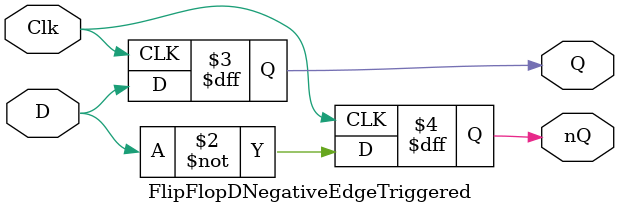
<source format=v>
module part4(LEDG, SW);

	input [9:0] SW;
	output [9:0] LEDG;
	
	FlipFlopDLatch D0 (SW[0], SW[1], LEDG[0], LEDG[1]);
	FlipFlopDPositiveEdgeTriggered D1 (SW[0], SW[1], LEDG[2], LEDG[3]);
	FlipFlopDNegativeEdgeTriggered D2 (SW[0], SW[1], LEDG[4], LEDG[5]);
	FlipFlopDv2 D3 (SW[0], SW[1], LEDG[6]);
	
endmodule	

module FlipFlopDv2 (D, Clk, Q);
	input D, Clk;
	output reg Q;
	always @ (Clk or D)begin
		if (Clk)
			Q <= D;
		end	
endmodule

module FlipFlopDLatch (D, Clk, Q, nQ);
	input D, Clk;
	output reg Q, nQ;
	always @ (Clk or D)begin
		if (Clk)
			Q <= D;
		
		nQ <=~Q;
		end	
endmodule

module FlipFlopDPositiveEdgeTriggered (D, Clk, Q, nQ);
	input D, Clk;
	output reg Q, nQ;
	always @ (posedge Clk)begin
		//if (Clk)
			Q <= D;
		
		nQ <=~D;
	end
endmodule

module FlipFlopDNegativeEdgeTriggered (D, Clk, Q, nQ);
	input D, Clk;
	output reg Q, nQ;
	always @ (negedge Clk)begin
		//if (~Clk)
			Q <= D;
		
		nQ <=~D;
	end
endmodule

</source>
